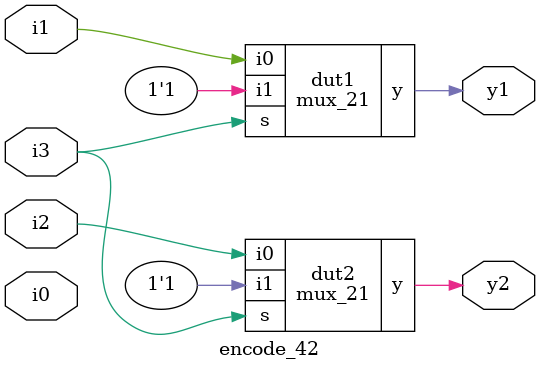
<source format=v>
module mux_21(
  input  i0, i1,
  input  s,
  output reg y
);
  always @(*) begin
    case (s)
      1'b0: y = i0;
      1'b1: y = i1;
    endcase
  end
endmodule

module encode_42(
	input i0,i1,i2,i3,
	output y1,y2);
	
	mux_21 dut1 (.i0(i1),.i1(1'b1),.s(i3),.y(y1));
	mux_21 dut2 (.i0(i2),.i1(1'b1),.s(i3),.y(y2));

endmodule

</source>
